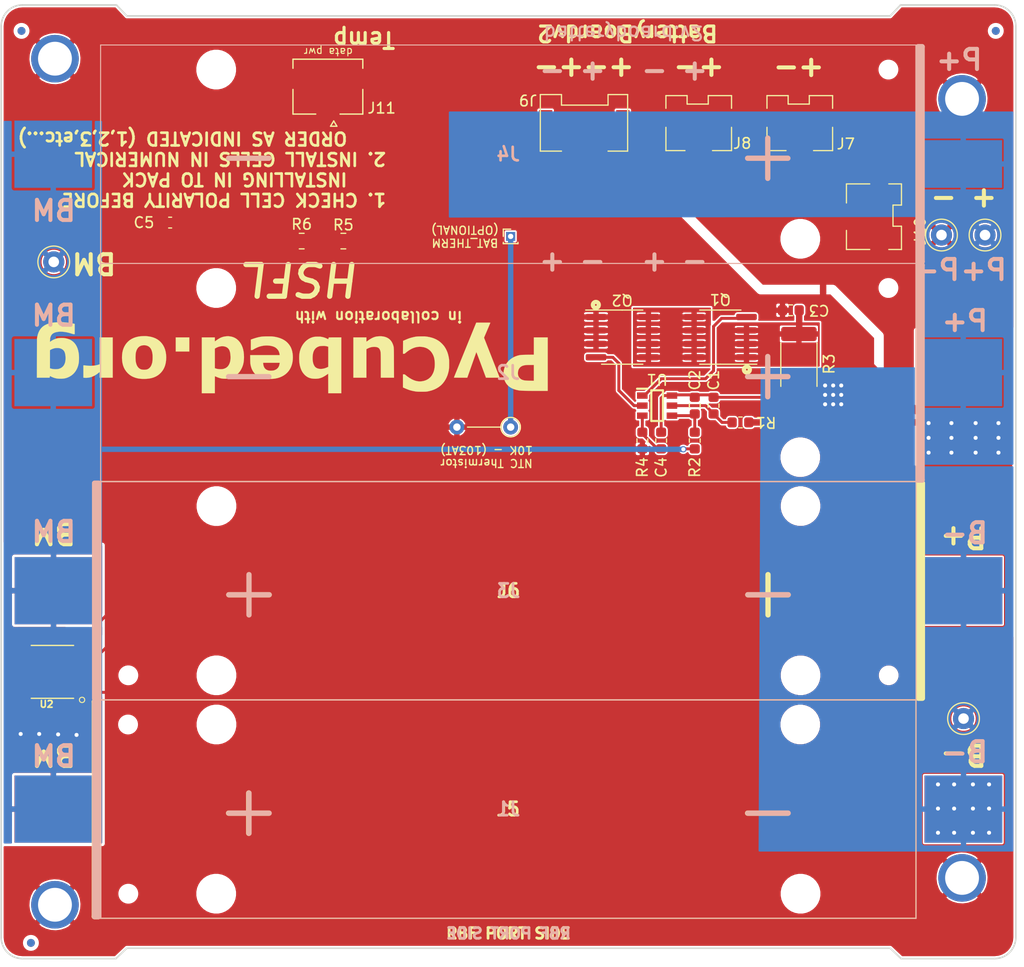
<source format=kicad_pcb>
(kicad_pcb (version 20171130) (host pcbnew "(5.1.9)-1")
  (layers (0 F.Cu signal) (31 B.Cu signal) (34 B.Paste user hide) (35 F.Paste user hide) (36 B.SilkS user) (37 F.SilkS user) (38 B.Mask user hide) (39 F.Mask user hide) (44 Edge.Cuts user))
  (net 0 "")
  (net 1 /VDD)
  (net 2 B-)
  (net 3 "Net-(C2-Pad2)")
  (net 4 PACK-)
  (net 5 BM)
  (net 6 PACK+)
  (net 7 "Net-(Q1-Pad5)")
  (net 8 "Net-(Q1-Pad4)")
  (net 9 "Net-(Q2-Pad4)")
  (net 10 "Net-(C3-Pad1)")
  (net 11 "Net-(C4-Pad2)")
  (net 12 BAT_THERM)
  (net 13 "Net-(J10-Pad2)")
  (net 14 "Net-(R5-Pad1)")
  (net 15 "Net-(C5-Pad1)")
  (net 16 "Net-(J11-Pad1)")
  (module Resistor_SMD:R_0805_2012Metric (layer F.Cu) (at 81.5975 76.1365 180)
    (fp_text reference R6 (at 0 1.5875) (layer F.SilkS))
    (fp_text value 10k)
    (pad 1 smd roundrect (at -0.9125 0 180) (size 1.025 1.4) (layers F.Cu F.Paste F.Mask) (roundrect_rratio 0.243902) (net 16 "Net-(J11-Pad1)"))
    (pad 2 smd roundrect (at 0.9125 0 180) (size 1.025 1.4) (layers F.Cu F.Paste F.Mask) (roundrect_rratio 0.243902) (net 4 PACK-))
  )
  (module Resistor_SMD:R_0805_2012Metric (layer F.Cu) (at 85.5345 76.1365 180)
    (fp_text reference R5 (at 0 1.524) (layer F.SilkS))
    (fp_text value 45.3k)
    (pad 1 smd roundrect (at -0.9125 0 180) (size 1.025 1.4) (layers F.Cu F.Paste F.Mask) (roundrect_rratio 0.243902) (net 14 "Net-(R5-Pad1)"))
    (pad 2 smd roundrect (at 0.9125 0 180) (size 1.025 1.4) (layers F.Cu F.Paste F.Mask) (roundrect_rratio 0.243902) (net 16 "Net-(J11-Pad1)"))
  )
  (module custom-footprints:KEYSTONE-1042 (layer B.Cu) (at 101.1174 88.5698)
    (fp_text reference J2 (at 0 0) (layer B.SilkS) (effects (font (size 1.27 1.27) (thickness 0.254)) (justify mirror)))
    (fp_text value KEYSTONE-1042 hide)
    (fp_text user - (at -24.525 0) (layer B.SilkS) (effects (font (size 5 5) (thickness 0.5)) (justify mirror)))
    (fp_text user + (at 24.525 0) (layer B.SilkS) (effects (font (size 5 5) (thickness 0.5)) (justify mirror)))
    (pad 5 np_thru_hole circle (at 35.93 -8) (size 1.57 0) (drill 1.57) (layers *.Cu *.Mask))
    (pad 4 np_thru_hole circle (at 27.6 8) (size 3.45 0) (drill 3.45) (layers *.Cu *.Mask))
    (pad 3 np_thru_hole circle (at -27.6 -8) (size 3.45 0) (drill 3.45) (layers *.Cu *.Mask))
    (pad 2 smd rect (at 43 0 270) (size 6.35 7.34) (layers B.Cu B.Paste B.Mask) (net 6 PACK+))
    (pad 1 smd rect (at -43 0 270) (size 6.35 7.34) (layers B.Cu B.Paste B.Mask) (net 5 BM))
  )
  (module custom-footprints:KEYSTONE-1042 (layer B.Cu) (at 101.1174 67.9196)
    (fp_text reference J4 (at 0 0) (layer B.SilkS) (effects (font (size 1.27 1.27) (thickness 0.254)) (justify mirror)))
    (fp_text value KEYSTONE-1042 hide)
    (fp_text user - (at -24.525 0) (layer B.SilkS) (effects (font (size 5 5) (thickness 0.5)) (justify mirror)))
    (fp_text user + (at 24.525 0) (layer B.SilkS) (effects (font (size 5 5) (thickness 0.5)) (justify mirror)))
    (pad 5 np_thru_hole circle (at 35.93 -8) (size 1.57 0) (drill 1.57) (layers *.Cu *.Mask))
    (pad 4 np_thru_hole circle (at 27.6 8) (size 3.45 0) (drill 3.45) (layers *.Cu *.Mask))
    (pad 3 np_thru_hole circle (at -27.6 -8) (size 3.45 0) (drill 3.45) (layers *.Cu *.Mask))
    (pad 2 smd rect (at 43 0.925 270) (size 4.5 7.34) (layers B.Cu B.Paste B.Mask) (net 6 PACK+))
    (pad 1 smd rect (at -43 0 270) (size 6.35 7.34) (layers B.Cu B.Paste B.Mask) (net 5 BM))
  )
  (module custom-footprints:MountingHole_3.2mm_M3_DIN965_PadMOD (layer F.Cu) (at 144.0053 62.6899)
    (fp_text reference H3 hide)
    (fp_text value MountingHole_Pad)
    (pad 1 thru_hole circle (at 0 0) (size 4.5 4.5) (drill 3.2) (layers F.Cu F.Mask) (net 4 PACK-))
  )
  (module custom-footprints:MountingHole_3.2mm_M3_DIN965_PadMOD (layer F.Cu) (at 144.0053 136.3499)
    (fp_text reference H4 hide)
    (fp_text value MountingHole_Pad)
    (pad 1 thru_hole circle (at 0 0) (size 4.5 4.5) (drill 3.2) (layers *.Cu *.Mask) (net 4 PACK-))
  )
  (module custom-footprints:MountingHole_3.2mm_M3_DIN965_PadMOD (layer F.Cu) (at 58.2803 58.8899)
    (fp_text reference H2 hide)
    (fp_text value MountingHole_Pad)
    (pad 1 thru_hole circle (at 0 0) (size 4.5 4.5) (drill 3.2) (layers *.Cu *.Mask) (net 4 PACK-))
  )
  (module custom-footprints:MountingHole_3.2mm_M3_DIN965_PadMOD (layer F.Cu) (at 58.2803 138.8899)
    (fp_text reference H1 hide)
    (fp_text value MountingHole_Pad)
    (pad 1 thru_hole circle (at 0 0) (size 4.5 4.5) (drill 3.2) (layers *.Cu *.Mask) (net 4 PACK-))
  )
  (module custom-footprints:pycubed_logo (layer F.Cu) (at 83.29676 86.9188 180)
    (fp_text reference Ref** hide)
    (fp_text value Val** hide)
  )
  (module custom-footprints:KEYSTONE-1042 (layer F.Cu) (at 101.1428 109.1946)
    (fp_text reference J6 (at 0 0) (layer F.SilkS) (effects (font (size 1.27 1.27) (thickness 0.254))))
    (fp_text value KEYSTONE-1042 hide)
    (fp_text user - (at -24.525 0) (layer F.SilkS) (effects (font (size 5 5) (thickness 0.5))))
    (fp_text user + (at 24.525 0) (layer F.SilkS) (effects (font (size 5 5) (thickness 0.5))))
    (pad 5 np_thru_hole circle (at 35.93 8) (size 1.57 0) (drill 1.57) (layers *.Cu *.Mask))
    (pad 4 np_thru_hole circle (at 27.6 -8) (size 3.45 0) (drill 3.45) (layers *.Cu *.Mask))
    (pad 3 np_thru_hole circle (at -27.6 8) (size 3.45 0) (drill 3.45) (layers *.Cu *.Mask))
    (pad 2 smd rect (at 43 0 90) (size 6.35 7.34) (layers F.Cu F.Paste F.Mask) (net 6 PACK+))
    (pad 1 smd rect (at -43 0 90) (size 6.35 7.34) (layers F.Cu F.Paste F.Mask) (net 5 BM))
  )
  (module custom-footprints:KEYSTONE-1042 (layer F.Cu) (at 101.1174 129.8448 180)
    (fp_text reference J5 (at 0 0) (layer F.SilkS) (effects (font (size 1.27 1.27) (thickness 0.254))))
    (fp_text value KEYSTONE-1042 hide)
    (fp_text user - (at -24.525 0) (layer F.SilkS) (effects (font (size 5 5) (thickness 0.5))))
    (fp_text user + (at 24.525 0) (layer F.SilkS) (effects (font (size 5 5) (thickness 0.5))))
    (pad 5 np_thru_hole circle (at 35.93 8 180) (size 1.57 0) (drill 1.57) (layers *.Cu *.Mask))
    (pad 4 np_thru_hole circle (at 27.6 -8 180) (size 3.45 0) (drill 3.45) (layers *.Cu *.Mask))
    (pad 3 np_thru_hole circle (at -27.6 8 180) (size 3.45 0) (drill 3.45) (layers *.Cu *.Mask))
    (pad 2 smd rect (at 43 0 270) (size 6.35 7.34) (layers F.Cu F.Paste F.Mask) (net 5 BM))
    (pad 1 smd rect (at -43 0 270) (size 6.35 7.34) (layers F.Cu F.Paste F.Mask) (net 2 B-))
  )
  (module custom-footprints:KEYSTONE-1042 (layer B.Cu) (at 101.1428 109.1946 180)
    (fp_text reference J3 (at 0 0) (layer B.SilkS) (effects (font (size 1.27 1.27) (thickness 0.254)) (justify mirror)))
    (fp_text value KEYSTONE-1042 hide)
    (fp_text user - (at -24.525 0) (layer B.SilkS) (effects (font (size 5 5) (thickness 0.5)) (justify mirror)))
    (fp_text user + (at 24.525 0) (layer B.SilkS) (effects (font (size 5 5) (thickness 0.5)) (justify mirror)))
    (pad 5 np_thru_hole circle (at 35.93 -8 180) (size 1.57 0) (drill 1.57) (layers *.Cu *.Mask))
    (pad 4 np_thru_hole circle (at 27.6 8 180) (size 3.45 0) (drill 3.45) (layers *.Cu *.Mask))
    (pad 3 np_thru_hole circle (at -27.6 -8 180) (size 3.45 0) (drill 3.45) (layers *.Cu *.Mask))
    (pad 2 smd rect (at 43 0 90) (size 6.35 7.34) (layers B.Cu B.Paste B.Mask) (net 5 BM))
    (pad 1 smd rect (at -43 0 90) (size 6.35 7.34) (layers B.Cu B.Paste B.Mask) (net 2 B-))
  )
  (module custom-footprints:KEYSTONE-1042 (layer B.Cu) (at 101.1428 129.8448 180)
    (fp_text reference J1 (at 0 0) (layer B.SilkS) (effects (font (size 1.27 1.27) (thickness 0.254)) (justify mirror)))
    (fp_text value KEYSTONE-1042 hide)
    (fp_text user - (at -24.525 0) (layer B.SilkS) (effects (font (size 5 5) (thickness 0.5)) (justify mirror)))
    (fp_text user + (at 24.525 0) (layer B.SilkS) (effects (font (size 5 5) (thickness 0.5)) (justify mirror)))
    (pad 5 np_thru_hole circle (at 35.93 -8 180) (size 1.57 0) (drill 1.57) (layers *.Cu *.Mask))
    (pad 4 np_thru_hole circle (at 27.6 8 180) (size 3.45 0) (drill 3.45) (layers *.Cu *.Mask))
    (pad 3 np_thru_hole circle (at -27.6 -8 180) (size 3.45 0) (drill 3.45) (layers *.Cu *.Mask))
    (pad 2 smd rect (at 43 0 90) (size 6.35 7.34) (layers B.Cu B.Paste B.Mask) (net 5 BM))
    (pad 1 smd rect (at -43 0 90) (size 6.35 7.34) (layers B.Cu B.Paste B.Mask) (net 2 B-))
  )
  (module Fiducial:Fiducial_0.75mm_Mask1.5mm (layer F.Cu) (at 147.193 56.261)
    (fp_text reference REF** hide)
    (fp_text value Fiducial_0.75mm_Mask1.5mm)
    (pad "" smd circle (at 0 0) (size 0.75 0.75) (layers F.Cu F.Mask) (clearance 0.375))
  )
  (module Fiducial:Fiducial_0.75mm_Mask1.5mm (layer B.Cu) (at 147.193 56.261)
    (fp_text reference REF** hide)
    (fp_text value Fiducial_0.75mm_Mask1.5mm)
    (pad "" smd circle (at 0 0) (size 0.75 0.75) (layers B.Cu B.Mask) (clearance 0.375))
  )
  (module Fiducial:Fiducial_0.75mm_Mask1.5mm (layer F.Cu) (at 55.118 56.261)
    (fp_text reference REF** hide)
    (fp_text value Fiducial_0.75mm_Mask1.5mm)
    (pad "" smd circle (at 0 0) (size 0.75 0.75) (layers F.Cu F.Mask) (clearance 0.375))
  )
  (module Fiducial:Fiducial_0.75mm_Mask1.5mm (layer B.Cu) (at 55.118 56.261)
    (fp_text reference REF** hide)
    (fp_text value Fiducial_0.75mm_Mask1.5mm)
    (pad "" smd circle (at 0 0) (size 0.75 0.75) (layers B.Cu B.Mask) (clearance 0.375))
  )
  (module Fiducial:Fiducial_0.75mm_Mask1.5mm (layer B.Cu) (at 56.007 142.494)
    (fp_text reference REF** hide)
    (fp_text value Fiducial_0.75mm_Mask1.5mm)
    (pad "" smd circle (at 0 0) (size 0.75 0.75) (layers B.Cu B.Mask) (clearance 0.375))
  )
  (module Fiducial:Fiducial_0.75mm_Mask1.5mm (layer F.Cu) (at 56.007 142.494)
    (fp_text reference REF** hide)
    (fp_text value Fiducial_0.75mm_Mask1.5mm)
    (pad "" smd circle (at 0 0) (size 0.75 0.75) (layers F.Cu F.Mask) (clearance 0.375))
  )
  (module Resistor_THT:R_Axial_DIN0204_L3.6mm_D1.6mm_P5.08mm_Vertical (layer F.Cu) (at 101.346 93.726 180)
    (fp_text reference TH1 hide)
    (fp_text value Thermistor)
    (pad 2 thru_hole oval (at 5.08 0 180) (size 1.4 1.4) (drill 0.7) (layers *.Cu *.Mask) (net 4 PACK-))
    (pad 1 thru_hole circle (at 0 0 180) (size 1.4 1.4) (drill 0.7) (layers *.Cu *.Mask) (net 12 BAT_THERM))
  )
  (module Connector_PinHeader_1.00mm:PinHeader_1x01_P1.00mm_Vertical (layer F.Cu) (at 101.346 75.692)
    (fp_text reference J12 hide)
    (fp_text value Screw_Terminal_01x01)
    (pad 1 thru_hole rect (at 0 0) (size 0.85 0.85) (drill 0.5) (layers *.Cu *.Mask) (net 12 BAT_THERM))
  )
  (module TestPoint:TestPoint_Loop_D1.80mm_Drill1.0mm_Beaded (layer F.Cu) (at 146.177 75.565)
    (fp_text reference TP4 hide)
    (fp_text value TestPoint)
    (pad 1 thru_hole circle (at 0 0) (size 2 2) (drill 1) (layers *.Cu *.Mask) (net 6 PACK+))
  )
  (module TestPoint:TestPoint_Loop_D1.80mm_Drill1.0mm_Beaded (layer F.Cu) (at 142.0622 75.565)
    (fp_text reference TP3 hide)
    (fp_text value TestPoint)
    (pad 1 thru_hole circle (at 0 0) (size 2 2) (drill 1) (layers *.Cu *.Mask) (net 4 PACK-))
  )
  (module TestPoint:TestPoint_Loop_D1.80mm_Drill1.0mm_Beaded (layer F.Cu) (at 58.166 78.105)
    (fp_text reference TP2 hide)
    (fp_text value TestPoint)
    (pad 1 thru_hole circle (at 0 0) (size 2 2) (drill 1) (layers *.Cu *.Mask) (net 5 BM))
  )
  (module TestPoint:TestPoint_Loop_D1.80mm_Drill1.0mm_Beaded (layer F.Cu) (at 144.145 121.285)
    (fp_text reference TP1 hide)
    (fp_text value TestPoint)
    (pad 1 thru_hole circle (at 0 0) (size 2 2) (drill 1) (layers *.Cu *.Mask) (net 2 B-))
  )
  (module Capacitor_SMD:C_0603_1608Metric (layer F.Cu) (at 127.8255 82.677 180)
    (fp_text reference C3 (at -2.667 0 180 unlocked) (layer F.SilkS))
    (fp_text value 0.1uF)
    (pad 2 smd roundrect (at 0.7875 0 180) (size 0.875 0.95) (layers F.Cu F.Paste F.Mask) (net 4 PACK-))
    (pad 1 smd roundrect (at -0.7875 0 180) (size 0.875 0.95) (layers F.Cu F.Paste F.Mask) (net 10 "Net-(C3-Pad1)"))
  )
  (module Resistor_SMD:R_0603_1608Metric (layer F.Cu) (at 113.792 94.996 270)
    (fp_text reference R4 (at 2.54 0 90) (layer F.SilkS))
    (fp_text value 1K)
    (pad 2 smd roundrect (at 0.7875 0 270) (size 0.875 0.95) (layers F.Cu F.Paste F.Mask) (net 4 PACK-))
    (pad 1 smd roundrect (at -0.7875 0 270) (size 0.875 0.95) (layers F.Cu F.Paste F.Mask) (net 11 "Net-(C4-Pad2)"))
  )
  (module Resistor_SMD:R_0603_1608Metric (layer F.Cu) (at 118.745 94.996 90)
    (fp_text reference R2 (at -2.54 0 90) (layer F.SilkS))
    (fp_text value 330)
    (pad 2 smd roundrect (at 0.7875 0 90) (size 0.875 0.95) (layers F.Cu F.Paste F.Mask) (net 3 "Net-(C2-Pad2)"))
    (pad 1 smd roundrect (at -0.7875 0 90) (size 0.875 0.95) (layers F.Cu F.Paste F.Mask) (net 5 BM))
  )
  (module Resistor_SMD:R_0603_1608Metric (layer F.Cu) (at 123.063 93.2815 180)
    (fp_text reference R1 (at -2.413 0 180 unlocked) (layer F.SilkS))
    (fp_text value 330)
    (pad 2 smd roundrect (at 0.7875 0 180) (size 0.875 0.95) (layers F.Cu F.Paste F.Mask) (net 1 /VDD))
    (pad 1 smd roundrect (at -0.7875 0 180) (size 0.875 0.95) (layers F.Cu F.Paste F.Mask) (net 6 PACK+))
  )
  (module Resistor_SMD:R_2512_6332Metric (layer F.Cu) (at 128.5875 87.8205 90)
    (fp_text reference R3 (at 0.0635 2.8575 90) (layer F.SilkS))
    (fp_text value 0.01)
    (pad 2 smd roundrect (at 2.9 0 90) (size 1.35 3.35) (layers F.Cu F.Paste F.Mask) (roundrect_rratio 0.185185) (net 10 "Net-(C3-Pad1)"))
    (pad 1 smd roundrect (at -2.9 0 90) (size 1.35 3.35) (layers F.Cu F.Paste F.Mask) (roundrect_rratio 0.185185) (net 2 B-))
  )
  (module Package_SO:SOIC-8_3.9x4.9mm_P1.27mm (layer F.Cu) (at 111.887 85.217)
    (fp_text reference Q2 (at 0 -3.4925 180 unlocked) (layer F.SilkS))
    (fp_text value IRF7458)
    (pad 8 smd roundrect (at 2.475 -1.905) (size 1.95 0.6) (layers F.Cu F.Paste F.Mask) (net 7 "Net-(Q1-Pad5)"))
    (pad 7 smd roundrect (at 2.475 -0.635) (size 1.95 0.6) (layers F.Cu F.Paste F.Mask) (net 7 "Net-(Q1-Pad5)"))
    (pad 6 smd roundrect (at 2.475 0.635) (size 1.95 0.6) (layers F.Cu F.Paste F.Mask) (net 7 "Net-(Q1-Pad5)"))
    (pad 5 smd roundrect (at 2.475 1.905) (size 1.95 0.6) (layers F.Cu F.Paste F.Mask) (net 7 "Net-(Q1-Pad5)"))
    (pad 4 smd roundrect (at -2.475 1.905) (size 1.95 0.6) (layers F.Cu F.Paste F.Mask) (net 9 "Net-(Q2-Pad4)"))
    (pad 3 smd roundrect (at -2.475 0.635) (size 1.95 0.6) (layers F.Cu F.Paste F.Mask) (net 4 PACK-))
    (pad 2 smd roundrect (at -2.475 -0.635) (size 1.95 0.6) (layers F.Cu F.Paste F.Mask) (net 4 PACK-))
    (pad 1 smd roundrect (at -2.475 -1.905) (size 1.95 0.6) (layers F.Cu F.Paste F.Mask) (net 4 PACK-))
  )
  (module Package_SO:SOIC-8_3.9x4.9mm_P1.27mm (layer F.Cu) (at 121.158 85.217 180)
    (fp_text reference Q1 (at 0 3.556 180 unlocked) (layer F.SilkS))
    (fp_text value IRF7458)
    (pad 8 smd roundrect (at 2.475 -1.905 180) (size 1.95 0.6) (layers F.Cu F.Paste F.Mask) (net 7 "Net-(Q1-Pad5)"))
    (pad 7 smd roundrect (at 2.475 -0.635 180) (size 1.95 0.6) (layers F.Cu F.Paste F.Mask) (net 7 "Net-(Q1-Pad5)"))
    (pad 6 smd roundrect (at 2.475 0.635 180) (size 1.95 0.6) (layers F.Cu F.Paste F.Mask) (net 7 "Net-(Q1-Pad5)"))
    (pad 5 smd roundrect (at 2.475 1.905 180) (size 1.95 0.6) (layers F.Cu F.Paste F.Mask) (net 7 "Net-(Q1-Pad5)"))
    (pad 4 smd roundrect (at -2.475 1.905 180) (size 1.95 0.6) (layers F.Cu F.Paste F.Mask) (net 8 "Net-(Q1-Pad4)"))
    (pad 3 smd roundrect (at -2.475 0.635 180) (size 1.95 0.6) (layers F.Cu F.Paste F.Mask) (net 10 "Net-(C3-Pad1)"))
    (pad 2 smd roundrect (at -2.475 -0.635 180) (size 1.95 0.6) (layers F.Cu F.Paste F.Mask) (net 10 "Net-(C3-Pad1)"))
    (pad 1 smd roundrect (at -2.475 -1.905 180) (size 1.95 0.6) (layers F.Cu F.Paste F.Mask) (net 10 "Net-(C3-Pad1)"))
  )
  (module Capacitor_SMD:C_0603_1608Metric (layer F.Cu) (at 115.57 94.996 270)
    (fp_text reference C4 (at 2.54 0 90) (layer F.SilkS))
    (fp_text value 0.1uF)
    (pad 2 smd roundrect (at 0.7875 0 270) (size 0.875 0.95) (layers F.Cu F.Paste F.Mask) (net 11 "Net-(C4-Pad2)"))
    (pad 1 smd roundrect (at -0.7875 0 270) (size 0.875 0.95) (layers F.Cu F.Paste F.Mask) (net 2 B-))
  )
  (module Capacitor_SMD:C_0603_1608Metric (layer F.Cu) (at 118.745 91.694 270)
    (fp_text reference C2 (at -2.413 0 90) (layer F.SilkS))
    (fp_text value 0.1uF)
    (pad 2 smd roundrect (at 0.7875 0 270) (size 0.875 0.95) (layers F.Cu F.Paste F.Mask) (net 3 "Net-(C2-Pad2)"))
    (pad 1 smd roundrect (at -0.7875 0 270) (size 0.875 0.95) (layers F.Cu F.Paste F.Mask) (net 2 B-))
  )
  (module Capacitor_SMD:C_0603_1608Metric (layer F.Cu) (at 120.523 91.694 270)
    (fp_text reference C1 (at -2.413 0 90) (layer F.SilkS))
    (fp_text value 0.1uF)
    (pad 2 smd roundrect (at 0.7875 0 270) (size 0.875 0.95) (layers F.Cu F.Paste F.Mask) (net 1 /VDD))
    (pad 1 smd roundrect (at -0.7875 0 270) (size 0.875 0.95) (layers F.Cu F.Paste F.Mask) (net 2 B-))
  )
  (module custom-footprints:SOT95P280X130-6N (layer F.Cu) (at 115.189 91.694)
    (fp_text reference U1 (at 0 -2.4765 180 unlocked) (layer F.SilkS))
    (fp_text value R5460N233AF hide)
    (pad 6 smd rect (at 1.4 -0.95 90) (size 0.6 1) (layers F.Cu F.Paste F.Mask) (net 2 B-))
    (pad 5 smd rect (at 1.4 0 90) (size 0.6 1) (layers F.Cu F.Paste F.Mask) (net 1 /VDD))
    (pad 4 smd rect (at 1.4 0.95 90) (size 0.6 1) (layers F.Cu F.Paste F.Mask) (net 3 "Net-(C2-Pad2)"))
    (pad 3 smd rect (at -1.4 0.95 90) (size 0.6 1) (layers F.Cu F.Paste F.Mask) (net 11 "Net-(C4-Pad2)"))
    (pad 2 smd rect (at -1.4 0 90) (size 0.6 1) (layers F.Cu F.Paste F.Mask) (net 9 "Net-(Q2-Pad4)"))
    (pad 1 smd rect (at -1.4 -0.95 90) (size 0.6 1) (layers F.Cu F.Paste F.Mask) (net 8 "Net-(Q1-Pad4)"))
  )
  (module Molex:Molex_Pico-Lock_503763-0291_1x02-1MP_P1.00m_Horizontal (layer F.Cu) (at 125.77 62.58)
    (fp_text reference J7 (at 7.25 4.37 unlocked) (layer F.SilkS))
    (fp_text value Conn_01x02_Female)
    (pad GND smd rect (at 0.25 1.87 180) (size 1.26 1.3) (layers F.Cu F.Paste F.Mask))
    (pad 2 smd rect (at 2.4 4.8 180) (size 0.55 1) (layers F.Cu F.Paste F.Mask) (net 4 PACK-))
    (pad GND smd rect (at 5.55 1.87 180) (size 1.26 1.3) (layers F.Cu F.Paste F.Mask))
    (pad 1 smd rect (at 3.4 4.8 180) (size 0.55 1) (layers F.Cu F.Paste F.Mask) (net 13 "Net-(J10-Pad2)"))
  )
  (module Molex:Molex_Pico-Lock_503763-0291_1x02-1MP_P1.00m_Horizontal (layer F.Cu) (at 116.22 62.58)
    (fp_text reference J8 (at 7.01 4.32 unlocked) (layer F.SilkS))
    (fp_text value Conn_01x02_Female)
    (pad 1 smd rect (at 3.4 4.8 180) (size 0.55 1) (layers F.Cu F.Paste F.Mask) (net 13 "Net-(J10-Pad2)"))
    (pad GND smd rect (at 5.55 1.87 180) (size 1.26 1.3) (layers F.Cu F.Paste F.Mask))
    (pad 2 smd rect (at 2.4 4.8 180) (size 0.55 1) (layers F.Cu F.Paste F.Mask) (net 4 PACK-))
    (pad GND smd rect (at 0.25 1.87 180) (size 1.26 1.3) (layers F.Cu F.Paste F.Mask))
  )
  (module Molex:Molex_Pico-Lock_503763-0491_1x04-1MP_P1.00mm_Horizontal (layer F.Cu) (at 104.4 62.530001)
    (fp_text reference J9 (at -1.41 0.269999 180 unlocked) (layer F.SilkS))
    (fp_text value Conn_01x04_Female)
    (pad GND smd rect (at 7.55 1.87 180) (size 1.26 1.3) (layers F.Cu F.Paste F.Mask))
    (pad 1 smd rect (at 5.4 4.85 180) (size 0.55 1) (layers F.Cu F.Paste F.Mask) (net 13 "Net-(J10-Pad2)"))
    (pad GND smd rect (at 0.25 1.87 180) (size 1.26 1.3) (layers F.Cu F.Paste F.Mask))
    (pad 2 smd rect (at 4.4 4.85 180) (size 0.55 1) (layers F.Cu F.Paste F.Mask) (net 4 PACK-))
    (pad 3 smd rect (at 3.4 4.85 180) (size 0.55 1) (layers F.Cu F.Paste F.Mask) (net 13 "Net-(J10-Pad2)"))
    (pad 4 smd rect (at 2.4 4.85 180) (size 0.55 1) (layers F.Cu F.Paste F.Mask) (net 4 PACK-))
  )
  (module Molex:Molex_Pico-Lock_503763-0291_1x02-1MP_P1.00m_Horizontal (layer F.Cu) (at 138.08 70.93 270)
    (fp_text reference J10 (at 4.28 -1.97 90) (layer F.SilkS))
    (fp_text value Conn_01x02_Female)
    (pad GND smd rect (at 0.25 1.87 90) (size 1.26 1.3) (layers F.Cu F.Paste F.Mask))
    (pad 2 smd rect (at 2.4 4.8 90) (size 0.55 1) (layers F.Cu F.Paste F.Mask) (net 13 "Net-(J10-Pad2)"))
    (pad GND smd rect (at 5.55 1.87 90) (size 1.26 1.3) (layers F.Cu F.Paste F.Mask))
    (pad 1 smd rect (at 3.4 4.8 90) (size 0.55 1) (layers F.Cu F.Paste F.Mask) (net 6 PACK+))
  )
  (module Capacitor_SMD:C_0603_1608Metric (layer F.Cu) (at 69.166 74.387851)
    (fp_text reference C5 (at -2.4765 0) (layer F.SilkS))
    (fp_text value 0.1uF)
    (pad 2 smd roundrect (at 0.775 0) (size 0.9 0.95) (layers F.Cu F.Paste F.Mask) (net 4 PACK-))
    (pad 1 smd roundrect (at -0.775 0) (size 0.9 0.95) (layers F.Cu F.Paste F.Mask) (net 15 "Net-(C5-Pad1)"))
  )
  (module SOIC8P127_490X600X175L83X41N (layer F.Cu) (at 58.041001 116.869001 180)
    (fp_text reference U2 (at 0.5531 -3.052482) (layer F.SilkS) (effects (font (size 0.641279 0.641279))))
    (fp_text value TMP36FSZ)
    (pad 8 smd roundrect (at 2.425 -1.905 180) (size 2.07 0.66) (layers F.Cu F.Paste F.Mask) (roundrect_rratio 0.5) (net 15 "Net-(C5-Pad1)"))
    (pad 7 smd roundrect (at 2.425 -0.635 180) (size 2.07 0.66) (layers F.Cu F.Paste F.Mask) (roundrect_rratio 0.5))
    (pad 6 smd roundrect (at 2.425 0.635 180) (size 2.07 0.66) (layers F.Cu F.Paste F.Mask) (roundrect_rratio 0.5))
    (pad 5 smd roundrect (at 2.425 1.905 180) (size 2.07 0.66) (layers F.Cu F.Paste F.Mask) (roundrect_rratio 0.5) (net 15 "Net-(C5-Pad1)"))
    (pad 4 smd roundrect (at -2.425 1.905 180) (size 2.07 0.66) (layers F.Cu F.Paste F.Mask) (roundrect_rratio 0.5) (net 4 PACK-))
    (pad 3 smd roundrect (at -2.425 0.635 180) (size 2.07 0.66) (layers F.Cu F.Paste F.Mask) (roundrect_rratio 0.5))
    (pad 2 smd roundrect (at -2.425 -0.635 180) (size 2.07 0.66) (layers F.Cu F.Paste F.Mask) (roundrect_rratio 0.5))
    (pad 1 smd roundrect (at -2.425 -1.905 180) (size 2.07 0.66) (layers F.Cu F.Paste F.Mask) (roundrect_rratio 0.5) (net 14 "Net-(R5-Pad1)"))
  )
  (module MOLEX_5037630291 (layer F.Cu) (at 84.074 61.5315)
    (fp_text reference J11 (at 5.08 2.032 -180) (layer F.SilkS))
    (fp_text value 5037630291)
    (pad 1 smd rect (at 0.5 2.265) (size 0.55 1) (layers F.Cu F.Paste) (net 16 "Net-(J11-Pad1)"))
    (pad S2 smd rect (at -2.875 -0.725) (size 1.26 1.3) (layers F.Cu F.Paste) (net 4 PACK-))
    (pad 2 smd rect (at -0.5 2.265) (size 0.55 1) (layers F.Cu F.Paste) (net 15 "Net-(C5-Pad1)"))
    (pad S1 smd rect (at 2.875 -0.725) (size 1.26 1.3) (layers F.Cu F.Paste) (net 4 PACK-))
  )
  (gr_text batteryboard.v2 (at 112.014 56.4515 180) (layer B.SilkS) (effects (font (size 1.3 1.3) (thickness 0.2)) (justify mirror)))
  (gr_text "data pwr" (at 84.11 58.24 180) (layer F.SilkS) (effects (font (size 0.7 0.7) (thickness 0.1))))
  (gr_text "Temp \n" (at 86.92 57.1 180) (layer F.SilkS) (effects (font (size 1.5 1.5) (thickness 0.3))))
  (gr_text HSFL (at 81.53 79.71 180) (layer F.SilkS) (effects (font (size 3 3) (thickness 0.5) italic)))
  (gr_text "in collaboration with" (at 88.86 83.29 180) (layer F.SilkS) (effects (font (size 1 1) (thickness 0.2))))
  (gr_text BatteryBoardv2 (at 112.39 56.48 180) (layer F.SilkS) (effects (font (size 1.5 1.5) (thickness 0.3))))
  (gr_text -+ (at 128.57 59.58) (layer F.SilkS) (effects (font (size 1.905 1.905) (thickness 0.381))))
  (gr_circle (center 123.6726 88.2904) (end 123.7488 88.3158) (layer F.SilkS) (width 0.4))
  (gr_circle (center 109.3978 82.169) (end 109.474 82.1944) (layer F.SilkS) (width 0.4))
  (gr_text "- +" (at 144.16532 71.9201) (layer F.SilkS) (effects (font (size 1.905 1.905) (thickness 0.381))))
  (gr_text "1. CHECK CELL POLARITY BEFORE \n    INSTALLING IN TO PACK\n2. INSTALL CELLS IN NUMERICAL \n    ORDER AS INDICATED (1,2,3,etc...)" (at 89.69502 69.32676 180) (layer F.SilkS) (effects (font (size 1.2 1.2) (thickness 0.254)) (justify left)))
  (gr_text "RBF PORT SIDE" (at 101.1428 141.605) (layer B.SilkS) (effects (font (size 1.016 1.016) (thickness 0.254)) (justify mirror)))
  (gr_text "RBF PORT SIDE" (at 101.1428 141.605) (layer F.SilkS) (effects (font (size 1.016 1.016) (thickness 0.254))))
  (gr_line (start 64.0969 53.8099) (end 55.2003 53.8099) (layer Edge.Cuts) (width 0.15))
  (gr_line (start 147.0853 53.8099) (end 138.1887 53.8099) (layer Edge.Cuts) (width 0.15))
  (gr_line (start 137.2108 54.8452) (end 138.1887 53.8099) (layer Edge.Cuts) (width 0.15))
  (gr_line (start 137.2108 54.8452) (end 65.0748 54.8452) (layer Edge.Cuts) (width 0.15))
  (gr_line (start 65.0748 54.8452) (end 64.0969 53.8099) (layer Edge.Cuts) (width 0.15))
  (gr_line (start 147.0853 143.9799) (end 138.2461 143.9799) (layer Edge.Cuts) (width 0.15))
  (gr_line (start 64.0395 143.9799) (end 65.0748 143.002) (layer Edge.Cuts) (width 0.15))
  (gr_line (start 137.2108 143.002) (end 65.0748 143.002) (layer Edge.Cuts) (width 0.15))
  (gr_line (start 138.2461 143.9799) (end 137.2108 143.002) (layer Edge.Cuts) (width 0.15))
  (gr_text "BAT_THERM\n(OPTIONAL)" (at 97.028 75.692 180) (layer F.SilkS) (effects (font (size 0.762 0.762) (thickness 0.127))))
  (gr_text "NTC Thermistor\n10K - (103AT)" (at 99.06 96.52 180) (layer F.SilkS) (effects (font (size 0.762 0.762) (thickness 0.127))))
  (gr_text "- +" (at 107.188 77.978) (layer B.SilkS) (effects (font (size 1.905 1.905) (thickness 0.381)) (justify mirror)))
  (gr_text "- +" (at 116.84 77.978) (layer B.SilkS) (effects (font (size 1.905 1.905) (thickness 0.381)) (justify mirror)))
  (gr_text "- +" (at 116.84 60.198 180) (layer B.SilkS) (effects (font (size 1.905 1.905) (thickness 0.381)) (justify mirror)))
  (gr_text "- +" (at 107.188 60.198 180) (layer B.SilkS) (effects (font (size 1.905 1.905) (thickness 0.381)) (justify mirror)))
  (gr_text -+ (at 119.14 59.56) (layer F.SilkS) (effects (font (size 1.905 1.905) (thickness 0.381))))
  (gr_text -+-+ (at 108.26 59.56) (layer F.SilkS) (effects (font (size 1.905 1.905) (thickness 0.381))))
  (gr_text P+ (at 143.7386 59.0042) (layer B.SilkS) (effects (font (size 1.905 1.905) (thickness 0.381)) (justify mirror)))
  (gr_text P- (at 141.605 78.867) (layer B.SilkS) (effects (font (size 1.905 1.905) (thickness 0.381)) (justify mirror)))
  (gr_text BM (at 61.976 78.232 180) (layer F.SilkS) (effects (font (size 1.905 1.905) (thickness 0.381))))
  (gr_text P+ (at 146.05 78.867) (layer B.SilkS) (effects (font (size 1.905 1.905) (thickness 0.381)) (justify mirror)))
  (gr_text P+ (at 144.272 83.693) (layer B.SilkS) (effects (font (size 1.905 1.905) (thickness 0.381)) (justify mirror)))
  (gr_text B- (at 144.272 103.759) (layer B.SilkS) (effects (font (size 1.905 1.905) (thickness 0.381)) (justify mirror)))
  (gr_text B- (at 144.272 124.46) (layer B.SilkS) (effects (font (size 1.905 1.905) (thickness 0.381)) (justify mirror)))
  (gr_text BM (at 58.166 124.841) (layer B.SilkS) (effects (font (size 1.905 1.905) (thickness 0.381)) (justify mirror)))
  (gr_text BM (at 58.166 73.279) (layer B.SilkS) (effects (font (size 1.905 1.905) (thickness 0.381)) (justify mirror)))
  (gr_text BM (at 58.166 83.185) (layer B.SilkS) (effects (font (size 1.905 1.905) (thickness 0.381)) (justify mirror)))
  (gr_text BM (at 58.166 103.632) (layer B.SilkS) (effects (font (size 1.905 1.905) (thickness 0.381)) (justify mirror)))
  (gr_text P+ (at 144.145 104.14 180) (layer F.SilkS) (effects (font (size 1.905 1.905) (thickness 0.381))))
  (gr_text B- (at 144.145 124.714 180) (layer F.SilkS) (effects (font (size 1.905 1.905) (thickness 0.381))))
  (gr_text BM (at 58.166 124.714 180) (layer F.SilkS) (effects (font (size 1.905 1.905) (thickness 0.381))))
  (gr_text BM (at 58.166 103.759 180) (layer F.SilkS) (effects (font (size 1.905 1.905) (thickness 0.381))))
  (gr_line (start 55.2003 143.9799) (end 64.0395 143.9799) (layer Edge.Cuts) (width 0.15))
  (gr_arc (start 147.0853 141.9799) (end 147.0853 143.9799) (angle -90) (layer Edge.Cuts) (width 0.15))
  (gr_line (start 149.0853 141.9799) (end 149.0853 55.8099) (layer Edge.Cuts) (width 0.15))
  (gr_arc (start 147.0853 55.8099) (end 149.0853 55.8099) (angle -90) (layer Edge.Cuts) (width 0.15))
  (gr_arc (start 55.2003 55.8099) (end 55.2003 53.8099) (angle -90) (layer Edge.Cuts) (width 0.15))
  (gr_line (start 53.2003 55.8099) (end 53.2003 141.9799) (layer Edge.Cuts) (width 0.15))
  (gr_arc (start 55.2003 141.9799) (end 53.2003 141.9799) (angle -90) (layer Edge.Cuts) (width 0.15))
  (segment (start 120.523 92.456) (end 120.523 92.4815) (width 0.2794) (layer F.Cu) (net 1))
  (segment (start 116.589 91.694) (end 119.761 91.694) (width 0.2794) (layer F.Cu) (net 1))
  (segment (start 119.761 91.694) (end 120.523 92.456) (width 0.2794) (layer F.Cu) (net 1))
  (segment (start 121.323 93.2815) (end 120.523 92.4815) (width 0.2794) (layer F.Cu) (net 1))
  (segment (start 122.2755 93.2815) (end 121.323 93.2815) (width 0.2794) (layer F.Cu) (net 1))
  (via (at 146.558 127.508) (size 0.5842) (drill 0.381) (layers F.Cu B.Cu) (net 2))
  (via (at 145.034 127.508) (size 0.5842) (drill 0.381) (layers F.Cu B.Cu) (net 2))
  (via (at 143.256 127.508) (size 0.5842) (drill 0.381) (layers F.Cu B.Cu) (net 2))
  (via (at 141.732 127.508) (size 0.5842) (drill 0.381) (layers F.Cu B.Cu) (net 2))
  (via (at 143.256 129.794) (size 0.5842) (drill 0.381) (layers F.Cu B.Cu) (net 2))
  (via (at 146.558 129.794) (size 0.5842) (drill 0.381) (layers F.Cu B.Cu) (net 2))
  (via (at 145.034 129.794) (size 0.5842) (drill 0.381) (layers F.Cu B.Cu) (net 2))
  (via (at 141.732 129.794) (size 0.5842) (drill 0.381) (layers F.Cu B.Cu) (net 2))
  (via (at 146.558 132.08) (size 0.5842) (drill 0.381) (layers F.Cu B.Cu) (net 2))
  (via (at 141.732 132.08) (size 0.5842) (drill 0.381) (layers F.Cu B.Cu) (net 2))
  (via (at 143.256 132.08) (size 0.5842) (drill 0.381) (layers F.Cu B.Cu) (net 2))
  (via (at 145.034 132.08) (size 0.5842) (drill 0.381) (layers F.Cu B.Cu) (net 2))
  (segment (start 118.745 90.9065) (end 118.745 90.678) (width 0.2794) (layer F.Cu) (net 2))
  (segment (start 120.2945 90.678) (end 120.523 90.9065) (width 0.2794) (layer F.Cu) (net 2))
  (segment (start 118.745 90.678) (end 120.2945 90.678) (width 0.2794) (layer F.Cu) (net 2))
  (segment (start 116.655 90.678) (end 118.745 90.678) (width 0.2794) (layer F.Cu) (net 2))
  (segment (start 116.589 90.744) (end 116.655 90.678) (width 0.2794) (layer F.Cu) (net 2))
  (segment (start 115.8096 90.744) (end 116.589 90.744) (width 0.2794) (layer F.Cu) (net 2))
  (segment (start 115.57 90.9836) (end 115.8096 90.744) (width 0.2794) (layer F.Cu) (net 2))
  (segment (start 115.57 94.2085) (end 115.57 90.9836) (width 0.2794) (layer F.Cu) (net 2))
  (segment (start 128.4015 90.9065) (end 128.5875 90.7205) (width 0.2794) (layer F.Cu) (net 2))
  (segment (start 120.523 90.9065) (end 128.4015 90.9065) (width 0.2794) (layer F.Cu) (net 2))
  (via (at 131.064 89.789) (size 0.5842) (drill 0.381) (layers F.Cu B.Cu) (net 2))
  (via (at 131.826 89.789) (size 0.5842) (drill 0.381) (layers F.Cu B.Cu) (net 2))
  (via (at 132.588 89.789) (size 0.5842) (drill 0.381) (layers F.Cu B.Cu) (net 2))
  (via (at 131.826 90.678) (size 0.5842) (drill 0.381) (layers F.Cu B.Cu) (net 2))
  (via (at 132.588 90.678) (size 0.5842) (drill 0.381) (layers F.Cu B.Cu) (net 2))
  (via (at 131.064 90.678) (size 0.5842) (drill 0.381) (layers F.Cu B.Cu) (net 2))
  (via (at 131.826 91.567) (size 0.5842) (drill 0.381) (layers F.Cu B.Cu) (net 2))
  (via (at 131.064 91.567) (size 0.5842) (drill 0.381) (layers F.Cu B.Cu) (net 2))
  (via (at 132.588 91.567) (size 0.5842) (drill 0.381) (layers F.Cu B.Cu) (net 2))
  (segment (start 118.5825 92.644) (end 118.745 92.4815) (width 0.2794) (layer F.Cu) (net 3))
  (segment (start 116.589 92.644) (end 118.5825 92.644) (width 0.2794) (layer F.Cu) (net 3))
  (segment (start 118.745 92.4815) (end 118.745 94.2085) (width 0.2794) (layer F.Cu) (net 3))
  (via (at 60.32 122.83) (size 0.5842) (drill 0.381) (layers F.Cu B.Cu) (net 5))
  (via (at 58.58 122.78) (size 0.5842) (drill 0.381) (layers F.Cu B.Cu) (net 5))
  (via (at 55.04 122.74) (size 0.5842) (drill 0.381) (layers F.Cu B.Cu) (net 5))
  (via (at 56.79 122.74) (size 0.5842) (drill 0.381) (layers F.Cu B.Cu) (net 5))
  (segment (start 117.703498 95.7835) (end 117.665498 95.8215) (width 0.2794) (layer F.Cu) (net 5))
  (via (at 117.665498 95.8215) (size 0.5842) (drill 0.381) (layers F.Cu B.Cu) (net 5))
  (segment (start 118.745 95.7835) (end 117.703498 95.7835) (width 0.2794) (layer F.Cu) (net 5))
  (segment (start 117.665498 95.8215) (end 58.2295 95.8215) (width 0.508) (layer B.Cu) (net 5))
  (via (at 140.843 93.345) (size 0.5842) (drill 0.381) (layers F.Cu B.Cu) (net 6))
  (via (at 143.002 93.345) (size 0.5842) (drill 0.381) (layers F.Cu B.Cu) (net 6))
  (via (at 145.288 93.345) (size 0.5842) (drill 0.381) (layers F.Cu B.Cu) (net 6))
  (via (at 147.447 93.345) (size 0.5842) (drill 0.381) (layers F.Cu B.Cu) (net 6))
  (via (at 140.843 94.742) (size 0.5842) (drill 0.381) (layers F.Cu B.Cu) (net 6))
  (via (at 143.002 94.742) (size 0.5842) (drill 0.381) (layers F.Cu B.Cu) (net 6))
  (via (at 145.288 94.742) (size 0.5842) (drill 0.381) (layers F.Cu B.Cu) (net 6))
  (via (at 147.447 94.742) (size 0.5842) (drill 0.381) (layers F.Cu B.Cu) (net 6))
  (via (at 145.288 96.139) (size 0.5842) (drill 0.381) (layers F.Cu B.Cu) (net 6))
  (via (at 140.843 96.139) (size 0.5842) (drill 0.381) (layers F.Cu B.Cu) (net 6))
  (via (at 143.002 96.139) (size 0.5842) (drill 0.381) (layers F.Cu B.Cu) (net 6))
  (via (at 147.447 96.139) (size 0.5842) (drill 0.381) (layers F.Cu B.Cu) (net 6))
  (segment (start 140.7795 93.2815) (end 140.843 93.345) (width 0.6096) (layer F.Cu) (net 6))
  (segment (start 123.8505 93.2815) (end 140.7795 93.2815) (width 0.6096) (layer F.Cu) (net 6))
  (segment (start 130.874201 83.376201) (end 136.454 88.956) (width 0.6096) (layer F.Cu) (net 6))
  (segment (start 136.454 88.956) (end 140.843 93.345) (width 0.6096) (layer F.Cu) (net 6))
  (segment (start 136.15 88.652) (end 136.454 88.956) (width 0.6096) (layer F.Cu) (net 6))
  (segment (start 130.874201 76.735799) (end 133.28 74.33) (width 0.6096) (layer F.Cu) (net 6))
  (segment (start 130.874201 83.376201) (end 130.874201 76.735799) (width 0.6096) (layer F.Cu) (net 6))
  (segment (start 115.57 89.154) (end 113.98 90.744) (width 0.2794) (layer F.Cu) (net 8))
  (segment (start 123.506 83.439) (end 121.285 83.439) (width 0.2794) (layer F.Cu) (net 8))
  (segment (start 120.523 84.201) (end 120.523 88.392) (width 0.2794) (layer F.Cu) (net 8))
  (segment (start 113.98 90.744) (end 113.789 90.744) (width 0.2794) (layer F.Cu) (net 8))
  (segment (start 123.633 83.312) (end 123.506 83.439) (width 0.2794) (layer F.Cu) (net 8))
  (segment (start 121.285 83.439) (end 120.523 84.201) (width 0.2794) (layer F.Cu) (net 8))
  (segment (start 119.761 89.154) (end 115.57 89.154) (width 0.2794) (layer F.Cu) (net 8))
  (segment (start 120.523 88.392) (end 119.761 89.154) (width 0.2794) (layer F.Cu) (net 8))
  (segment (start 111.5695 90.2539) (end 111.5695 87.6935) (width 0.2794) (layer F.Cu) (net 9))
  (segment (start 110.998 87.122) (end 109.412 87.122) (width 0.2794) (layer F.Cu) (net 9))
  (segment (start 113.789 91.694) (end 113.0096 91.694) (width 0.2794) (layer F.Cu) (net 9))
  (segment (start 111.5695 87.6935) (end 110.998 87.122) (width 0.2794) (layer F.Cu) (net 9))
  (segment (start 113.0096 91.694) (end 111.5695 90.2539) (width 0.2794) (layer F.Cu) (net 9))
  (segment (start 128.613 84.895) (end 128.5875 84.9205) (width 0.6096) (layer F.Cu) (net 10))
  (segment (start 128.613 82.677) (end 128.613 84.895) (width 0.6096) (layer F.Cu) (net 10))
  (segment (start 113.789 94.2055) (end 113.792 94.2085) (width 0.2794) (layer F.Cu) (net 11))
  (segment (start 113.789 92.644) (end 113.789 94.2055) (width 0.2794) (layer F.Cu) (net 11))
  (segment (start 115.2145 95.7835) (end 115.57 95.7835) (width 0.2794) (layer F.Cu) (net 11))
  (segment (start 113.792 94.2085) (end 113.792 94.361) (width 0.2794) (layer F.Cu) (net 11))
  (segment (start 113.792 94.361) (end 115.2145 95.7835) (width 0.2794) (layer F.Cu) (net 11))
  (segment (start 101.346 76.625) (end 101.346 93.726) (width 0.508) (layer B.Cu) (net 12))
  (segment (start 101.346 75.692) (end 101.346 76.625) (width 0.508) (layer B.Cu) (net 12))
  (segment (start 119.62 68.4896) (end 119.62 67.38) (width 0.6096) (layer F.Cu) (net 13))
  (segment (start 119.62 67.38) (end 119.62 68.59) (width 0.6096) (layer F.Cu) (net 13))
  (segment (start 119.62 68.59) (end 120.79 69.76) (width 0.6096) (layer F.Cu) (net 13))
  (segment (start 129.17 67.932242) (end 129.17 67.38) (width 0.6096) (layer F.Cu) (net 13))
  (segment (start 127.342242 69.76) (end 129.17 67.932242) (width 0.6096) (layer F.Cu) (net 13))
  (segment (start 120.79 69.76) (end 127.342242 69.76) (width 0.6096) (layer F.Cu) (net 13))
  (segment (start 129.17 67.38) (end 130.874201 69.084201) (width 0.6096) (layer F.Cu) (net 13))
  (segment (start 117.9996 70.11) (end 119.62 68.4896) (width 0.6096) (layer F.Cu) (net 13))
  (segment (start 109.420399 70.11) (end 117.9996 70.11) (width 0.6096) (layer F.Cu) (net 13))
  (segment (start 107.8 67.380001) (end 107.8 68.489601) (width 0.6096) (layer F.Cu) (net 13))
  (segment (start 107.8 68.489601) (end 109.420399 70.11) (width 0.6096) (layer F.Cu) (net 13))
  (segment (start 107.8 67.380001) (end 107.8 66.2) (width 0.6096) (layer F.Cu) (net 13))
  (segment (start 107.8 66.2) (end 108.33 65.67) (width 0.6096) (layer F.Cu) (net 13))
  (segment (start 109.35 65.67) (end 109.8 66.12) (width 0.6096) (layer F.Cu) (net 13))
  (segment (start 109.8 66.12) (end 109.8 67.380001) (width 0.6096) (layer F.Cu) (net 13))
  (segment (start 108.33 65.67) (end 109.35 65.67) (width 0.6096) (layer F.Cu) (net 13))
  (segment (start 133.28 71.49) (end 130.874201 69.084201) (width 0.6096) (layer F.Cu) (net 13))
  (segment (start 133.28 73.33) (end 133.28 71.49) (width 0.6096) (layer F.Cu) (net 13))
  (segment (start 84.6 76.1145) (end 84.622 76.1365) (width 0.27178) (layer F.Cu) (net 16))
  (segment (start 82.51 76.1365) (end 84.622 76.1365) (width 0.27178) (layer F.Cu) (net 16))
  (segment (start 76.71 106.25) (end 67.33 115.63) (width 0.27178) (layer F.Cu) (net 14))
  (segment (start 67.33 115.63) (end 67.33 117.54) (width 0.27178) (layer F.Cu) (net 14))
  (segment (start 66.065 118.805) (end 60.5238 118.805) (width 0.27178) (layer F.Cu) (net 14))
  (segment (start 67.33 117.54) (end 66.065 118.805) (width 0.27178) (layer F.Cu) (net 14))
  (segment (start 86.447 96.513) (end 76.71 106.25) (width 0.27178) (layer F.Cu) (net 14))
  (segment (start 86.447 76.1365) (end 86.447 96.513) (width 0.27178) (layer F.Cu) (net 14))
  (segment (start 60.5238 114.995) (end 61.685 114.995) (width 0.27178) (layer F.Cu) (net 4))
  (segment (start 62.715479 114.964001) (end 69.941 107.73848) (width 0.27178) (layer F.Cu) (net 4))
  (segment (start 69.941 107.73848) (end 69.941 74.387851) (width 0.27178) (layer F.Cu) (net 4))
  (segment (start 60.466001 114.964001) (end 62.715479 114.964001) (width 0.27178) (layer F.Cu) (net 4))
  (segment (start 54.15 115.88) (end 54.15 117.832004) (width 0.27178) (layer F.Cu) (net 15))
  (segment (start 54.15 117.832004) (end 55.122996 118.805) (width 0.27178) (layer F.Cu) (net 15))
  (segment (start 57.525 114.995) (end 55.035 114.995) (width 0.27178) (layer F.Cu) (net 15))
  (segment (start 59.37 113.15) (end 57.525 114.995) (width 0.27178) (layer F.Cu) (net 15))
  (segment (start 61.505604 113.15) (end 59.37 113.15) (width 0.27178) (layer F.Cu) (net 15))
  (segment (start 55.035 114.995) (end 54.15 115.88) (width 0.27178) (layer F.Cu) (net 15))
  (segment (start 55.122996 118.805) (end 55.5962 118.805) (width 0.27178) (layer F.Cu) (net 15))
  (segment (start 68.391 74.387851) (end 68.391 69.519) (width 0.27178) (layer F.Cu) (net 15))
  (segment (start 68.391 106.264604) (end 68.391 74.387851) (width 0.27178) (layer F.Cu) (net 15))
  (segment (start 61.505604 113.15) (end 68.391 106.264604) (width 0.27178) (layer F.Cu) (net 15))
  (segment (start 74.1135 63.7965) (end 68.391 69.519) (width 0.27178) (layer F.Cu) (net 15))
  (segment (start 83.574 63.7965) (end 74.1135 63.7965) (width 0.27178) (layer F.Cu) (net 15))
  (segment (start 84.622 63.8445) (end 84.574 63.7965) (width 0.27178) (layer F.Cu) (net 16))
  (segment (start 84.622 76.1365) (end 84.622 63.8445) (width 0.27178) (layer F.Cu) (net 16))
  (zone (net 5) (net_name BM) (layer B.Cu) (priority 3) (connect_pads (clearance 0.1524)) (min_thickness 0.1524) (fill yes (arc_segments 32) (thermal_gap 0.254) (thermal_bridge_width 0.508))
    (polygon (pts (xy 62.738 133.096) (xy 53.086 133.096) (xy 53.086 64.77) (xy 62.738 64.77)))
  )
  (zone (net 5) (net_name BM) (layer F.Cu) (priority 3) (connect_pads (clearance 0.254)) (min_thickness 0.1524) (fill yes (arc_segments 32) (thermal_gap 0.254) (thermal_bridge_width 0.508))
    (polygon (pts (xy 62.738 133.096) (xy 53.086 133.096) (xy 53.086 104.902) (xy 62.738 104.902)))
  )
  (zone (net 2) (net_name B-) (layer B.Cu) (priority 2) (connect_pads (clearance 0.1524)) (min_thickness 0.1524) (fill yes (arc_segments 32) (thermal_gap 0.254) (thermal_bridge_width 0.508))
    (polygon (pts (xy 149.098 133.858) (xy 124.7775 133.858) (xy 124.968 88.138) (xy 149.098 88.011)))
  )
  (zone (net 7) (net_name "Net-(Q1-Pad5)") (layer F.Cu) (priority 3) (connect_pads (clearance 0.1524)) (min_thickness 0.1524) (fill yes (arc_segments 32) (thermal_gap 0.127) (thermal_bridge_width 0.508))
    (polygon (pts (xy 120.269 88.011) (xy 112.903 88.011) (xy 112.903 82.423) (xy 120.269 82.423)))
  )
  (zone (net 10) (net_name "Net-(C3-Pad1)") (layer F.Cu) (priority 3) (connect_pads (clearance 0.1524)) (min_thickness 0.1524) (fill yes (arc_segments 32) (thermal_gap 0.127) (thermal_bridge_width 0.508))
    (polygon (pts (xy 130.556 83.82) (xy 130.556 88.011) (xy 120.523 88.011) (xy 120.523 83.82)))
  )
  (zone (net 6) (net_name PACK+) (layer B.Cu) (priority 3) (connect_pads (clearance 0.1524)) (min_thickness 0.1524) (fill yes (arc_segments 32) (thermal_gap 0.1524) (thermal_bridge_width 0.508))
    (polygon (pts (xy 149.092331 97.282) (xy 139.694331 97.282) (xy 139.694331 73.8632) (xy 95.504 73.914) (xy 95.504 63.881) (xy 149.092331 63.881)))
  )
  (zone (net 6) (net_name PACK+) (layer F.Cu) (priority 3) (connect_pads (clearance 0.254)) (min_thickness 0.1524) (fill yes (arc_segments 32) (thermal_gap 0.1524) (thermal_bridge_width 0.508))
    (polygon (pts (xy 149.098 113.286067) (xy 139.7 113.286067) (xy 139.7 84.584067) (xy 149.098 84.584067)))
  )
  (zone (net 2) (net_name B-) (layer F.Cu) (priority 2) (connect_pads (clearance 0.1524)) (min_thickness 0.1524) (fill yes (arc_segments 32) (thermal_gap 0.254) (thermal_bridge_width 0.508))
    (polygon (pts (xy 133.096 92.202) (xy 126.492 92.202) (xy 126.492 89.408) (xy 133.096 89.408)))
  )
  (zone (net 4) (net_name PACK-) (layer F.Cu) (connect_pads (clearance 0.1524)) (min_thickness 0.1524) (fill yes (arc_segments 32) (thermal_gap 0.1524) (thermal_bridge_width 0.508))
    (polygon (pts (xy 149.86 144.78) (xy 53.34 144.78) (xy 53.34 53.34) (xy 149.86 53.34)))
  )
)
</source>
